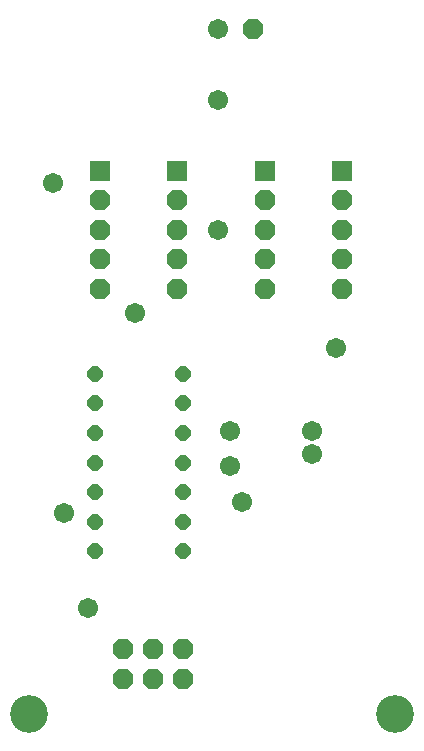
<source format=gbr>
G04 EAGLE Gerber RS-274X export*
G75*
%MOMM*%
%FSLAX34Y34*%
%LPD*%
%INSoldermask Top*%
%IPPOS*%
%AMOC8*
5,1,8,0,0,1.08239X$1,22.5*%
G01*
%ADD10C,3.203200*%
%ADD11P,1.869504X8X22.500000*%
%ADD12R,1.711200X1.711200*%
%ADD13P,1.852186X8X22.500000*%
%ADD14P,1.419230X8X22.500000*%
%ADD15C,1.703200*%


D10*
X20000Y20000D03*
X330000Y20000D03*
D11*
X99200Y49900D03*
X99200Y75300D03*
X124600Y49900D03*
X124600Y75300D03*
X150000Y49900D03*
X150000Y75300D03*
D12*
X80000Y480000D03*
X145000Y480000D03*
D13*
X80000Y455000D03*
X145000Y455000D03*
X80000Y430000D03*
X145000Y430000D03*
X80000Y405000D03*
X145000Y405000D03*
X80000Y380000D03*
X145000Y380000D03*
D12*
X220000Y480000D03*
X285000Y480000D03*
D13*
X220000Y455000D03*
X285000Y455000D03*
X220000Y430000D03*
X285000Y430000D03*
X220000Y405000D03*
X285000Y405000D03*
X220000Y380000D03*
X285000Y380000D03*
D14*
X75500Y308100D03*
X150500Y308100D03*
X75500Y283100D03*
X75500Y258100D03*
X75500Y233100D03*
X75500Y208100D03*
X75500Y183100D03*
X75500Y158100D03*
X150500Y283100D03*
X150500Y258100D03*
X150500Y233100D03*
X150500Y208100D03*
X150500Y183100D03*
X150500Y158100D03*
D11*
X210000Y600000D03*
D15*
X200000Y200000D03*
X70000Y110000D03*
X40000Y470000D03*
X110000Y360000D03*
X280000Y330000D03*
X180000Y430000D03*
X50000Y190000D03*
X260000Y260000D03*
X190000Y260000D03*
X260000Y240000D03*
X190000Y230000D03*
X180000Y540000D03*
X180000Y600000D03*
M02*

</source>
